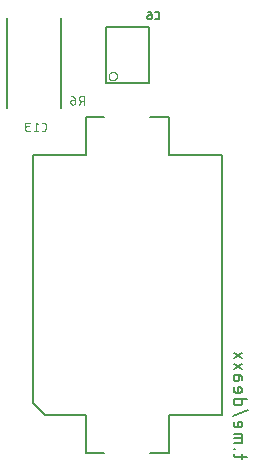
<source format=gbr>
G04 EAGLE Gerber RS-274X export*
G75*
%MOMM*%
%FSLAX34Y34*%
%LPD*%
%INSilkscreen Bottom*%
%IPPOS*%
%AMOC8*
5,1,8,0,0,1.08239X$1,22.5*%
G01*
%ADD10C,0.203200*%
%ADD11C,0.127000*%
%ADD12C,0.101600*%
%ADD13C,0.152400*%
%ADD14C,0.050800*%
%ADD15C,0.076200*%


D10*
X223013Y17556D02*
X223013Y21112D01*
X226569Y18741D02*
X217679Y18741D01*
X217597Y18743D01*
X217515Y18749D01*
X217433Y18758D01*
X217352Y18771D01*
X217272Y18788D01*
X217192Y18809D01*
X217114Y18833D01*
X217037Y18861D01*
X216961Y18892D01*
X216886Y18927D01*
X216814Y18966D01*
X216743Y19007D01*
X216674Y19052D01*
X216608Y19100D01*
X216543Y19151D01*
X216481Y19205D01*
X216422Y19262D01*
X216365Y19321D01*
X216311Y19383D01*
X216260Y19448D01*
X216212Y19514D01*
X216167Y19583D01*
X216126Y19654D01*
X216087Y19726D01*
X216052Y19801D01*
X216021Y19877D01*
X215993Y19954D01*
X215969Y20032D01*
X215948Y20112D01*
X215931Y20192D01*
X215918Y20273D01*
X215909Y20355D01*
X215903Y20437D01*
X215901Y20519D01*
X215901Y21112D01*
X215901Y25272D02*
X216494Y25272D01*
X216494Y25865D01*
X215901Y25865D01*
X215901Y25272D01*
X215901Y31157D02*
X223013Y31157D01*
X223013Y36491D01*
X223011Y36573D01*
X223005Y36655D01*
X222996Y36737D01*
X222983Y36818D01*
X222966Y36898D01*
X222945Y36978D01*
X222921Y37056D01*
X222893Y37133D01*
X222862Y37209D01*
X222827Y37284D01*
X222788Y37356D01*
X222747Y37427D01*
X222702Y37496D01*
X222654Y37562D01*
X222603Y37627D01*
X222549Y37689D01*
X222492Y37748D01*
X222433Y37805D01*
X222371Y37859D01*
X222306Y37910D01*
X222240Y37958D01*
X222171Y38003D01*
X222100Y38044D01*
X222028Y38083D01*
X221953Y38118D01*
X221877Y38149D01*
X221800Y38177D01*
X221722Y38201D01*
X221642Y38222D01*
X221562Y38239D01*
X221481Y38252D01*
X221399Y38261D01*
X221317Y38267D01*
X221235Y38269D01*
X215901Y38269D01*
X215901Y34713D02*
X223013Y34713D01*
X215901Y45931D02*
X215901Y48894D01*
X215901Y45931D02*
X215903Y45849D01*
X215909Y45767D01*
X215918Y45685D01*
X215931Y45604D01*
X215948Y45524D01*
X215969Y45444D01*
X215993Y45366D01*
X216021Y45289D01*
X216052Y45213D01*
X216087Y45138D01*
X216126Y45066D01*
X216167Y44995D01*
X216212Y44926D01*
X216260Y44860D01*
X216311Y44795D01*
X216365Y44733D01*
X216422Y44674D01*
X216481Y44617D01*
X216543Y44563D01*
X216608Y44512D01*
X216674Y44464D01*
X216743Y44419D01*
X216814Y44378D01*
X216886Y44339D01*
X216961Y44304D01*
X217037Y44273D01*
X217114Y44245D01*
X217192Y44221D01*
X217272Y44200D01*
X217352Y44183D01*
X217433Y44170D01*
X217515Y44161D01*
X217597Y44155D01*
X217679Y44153D01*
X220642Y44153D01*
X220739Y44155D01*
X220835Y44161D01*
X220931Y44171D01*
X221027Y44185D01*
X221122Y44202D01*
X221217Y44224D01*
X221310Y44249D01*
X221402Y44278D01*
X221493Y44311D01*
X221583Y44348D01*
X221671Y44388D01*
X221757Y44432D01*
X221841Y44479D01*
X221924Y44529D01*
X222004Y44583D01*
X222082Y44641D01*
X222158Y44701D01*
X222231Y44764D01*
X222301Y44830D01*
X222369Y44900D01*
X222434Y44971D01*
X222496Y45046D01*
X222554Y45123D01*
X222610Y45202D01*
X222662Y45283D01*
X222711Y45367D01*
X222757Y45452D01*
X222799Y45539D01*
X222837Y45628D01*
X222872Y45718D01*
X222903Y45810D01*
X222930Y45903D01*
X222954Y45996D01*
X222973Y46091D01*
X222989Y46187D01*
X223001Y46283D01*
X223009Y46379D01*
X223013Y46476D01*
X223013Y46572D01*
X223009Y46669D01*
X223001Y46765D01*
X222989Y46861D01*
X222973Y46957D01*
X222954Y47052D01*
X222930Y47145D01*
X222903Y47238D01*
X222872Y47330D01*
X222837Y47420D01*
X222799Y47509D01*
X222757Y47596D01*
X222711Y47681D01*
X222662Y47765D01*
X222610Y47846D01*
X222554Y47925D01*
X222496Y48002D01*
X222434Y48077D01*
X222369Y48148D01*
X222301Y48218D01*
X222231Y48284D01*
X222158Y48347D01*
X222082Y48407D01*
X222004Y48465D01*
X221924Y48519D01*
X221841Y48569D01*
X221757Y48616D01*
X221671Y48660D01*
X221583Y48700D01*
X221493Y48737D01*
X221402Y48770D01*
X221310Y48799D01*
X221217Y48824D01*
X221122Y48846D01*
X221027Y48863D01*
X220931Y48877D01*
X220835Y48887D01*
X220739Y48893D01*
X220642Y48895D01*
X220642Y48894D02*
X219457Y48894D01*
X219457Y44153D01*
X214716Y53678D02*
X227754Y58419D01*
X226569Y67856D02*
X215901Y67856D01*
X215901Y64892D01*
X215903Y64810D01*
X215909Y64728D01*
X215918Y64646D01*
X215931Y64565D01*
X215948Y64485D01*
X215969Y64405D01*
X215993Y64327D01*
X216021Y64250D01*
X216052Y64174D01*
X216087Y64099D01*
X216126Y64027D01*
X216167Y63956D01*
X216212Y63887D01*
X216260Y63821D01*
X216311Y63756D01*
X216365Y63694D01*
X216422Y63635D01*
X216481Y63578D01*
X216543Y63524D01*
X216608Y63473D01*
X216674Y63425D01*
X216743Y63380D01*
X216814Y63339D01*
X216886Y63300D01*
X216961Y63265D01*
X217037Y63234D01*
X217114Y63206D01*
X217192Y63182D01*
X217272Y63161D01*
X217352Y63144D01*
X217433Y63131D01*
X217515Y63122D01*
X217597Y63116D01*
X217679Y63114D01*
X221235Y63114D01*
X221317Y63116D01*
X221399Y63122D01*
X221481Y63131D01*
X221562Y63144D01*
X221642Y63161D01*
X221722Y63182D01*
X221800Y63206D01*
X221877Y63234D01*
X221953Y63265D01*
X222028Y63300D01*
X222100Y63339D01*
X222171Y63380D01*
X222240Y63425D01*
X222306Y63473D01*
X222371Y63524D01*
X222433Y63578D01*
X222492Y63635D01*
X222549Y63694D01*
X222603Y63756D01*
X222654Y63821D01*
X222702Y63887D01*
X222747Y63956D01*
X222788Y64027D01*
X222827Y64099D01*
X222862Y64174D01*
X222893Y64250D01*
X222921Y64327D01*
X222945Y64405D01*
X222966Y64485D01*
X222983Y64565D01*
X222996Y64646D01*
X223005Y64728D01*
X223011Y64810D01*
X223013Y64892D01*
X223013Y67856D01*
X215901Y75268D02*
X215901Y78231D01*
X215901Y75268D02*
X215903Y75186D01*
X215909Y75104D01*
X215918Y75022D01*
X215931Y74941D01*
X215948Y74861D01*
X215969Y74781D01*
X215993Y74703D01*
X216021Y74626D01*
X216052Y74550D01*
X216087Y74475D01*
X216126Y74403D01*
X216167Y74332D01*
X216212Y74263D01*
X216260Y74197D01*
X216311Y74132D01*
X216365Y74070D01*
X216422Y74011D01*
X216481Y73954D01*
X216543Y73900D01*
X216608Y73849D01*
X216674Y73801D01*
X216743Y73756D01*
X216814Y73715D01*
X216886Y73676D01*
X216961Y73641D01*
X217037Y73610D01*
X217114Y73582D01*
X217192Y73558D01*
X217272Y73537D01*
X217352Y73520D01*
X217433Y73507D01*
X217515Y73498D01*
X217597Y73492D01*
X217679Y73490D01*
X220642Y73490D01*
X220642Y73489D02*
X220739Y73491D01*
X220835Y73497D01*
X220931Y73507D01*
X221027Y73521D01*
X221122Y73538D01*
X221217Y73560D01*
X221310Y73585D01*
X221402Y73614D01*
X221493Y73647D01*
X221583Y73684D01*
X221671Y73724D01*
X221757Y73768D01*
X221841Y73815D01*
X221924Y73865D01*
X222004Y73919D01*
X222082Y73977D01*
X222158Y74037D01*
X222231Y74100D01*
X222301Y74166D01*
X222369Y74236D01*
X222434Y74307D01*
X222496Y74382D01*
X222554Y74459D01*
X222610Y74538D01*
X222662Y74619D01*
X222711Y74703D01*
X222757Y74788D01*
X222799Y74875D01*
X222837Y74964D01*
X222872Y75054D01*
X222903Y75146D01*
X222930Y75239D01*
X222954Y75332D01*
X222973Y75427D01*
X222989Y75523D01*
X223001Y75619D01*
X223009Y75715D01*
X223013Y75812D01*
X223013Y75908D01*
X223009Y76005D01*
X223001Y76101D01*
X222989Y76197D01*
X222973Y76293D01*
X222954Y76388D01*
X222930Y76481D01*
X222903Y76574D01*
X222872Y76666D01*
X222837Y76756D01*
X222799Y76845D01*
X222757Y76932D01*
X222711Y77017D01*
X222662Y77101D01*
X222610Y77182D01*
X222554Y77261D01*
X222496Y77338D01*
X222434Y77413D01*
X222369Y77484D01*
X222301Y77554D01*
X222231Y77620D01*
X222158Y77683D01*
X222082Y77743D01*
X222004Y77801D01*
X221924Y77855D01*
X221841Y77905D01*
X221757Y77952D01*
X221671Y77996D01*
X221583Y78036D01*
X221493Y78073D01*
X221402Y78106D01*
X221310Y78135D01*
X221217Y78160D01*
X221122Y78182D01*
X221027Y78199D01*
X220931Y78213D01*
X220835Y78223D01*
X220739Y78229D01*
X220642Y78231D01*
X219457Y78231D01*
X219457Y73490D01*
X220050Y85382D02*
X220050Y88049D01*
X220049Y85382D02*
X220047Y85293D01*
X220041Y85204D01*
X220032Y85115D01*
X220018Y85027D01*
X220001Y84939D01*
X219980Y84852D01*
X219956Y84767D01*
X219927Y84682D01*
X219895Y84599D01*
X219860Y84517D01*
X219821Y84436D01*
X219779Y84358D01*
X219733Y84281D01*
X219684Y84207D01*
X219632Y84134D01*
X219576Y84064D01*
X219518Y83996D01*
X219457Y83931D01*
X219393Y83869D01*
X219327Y83809D01*
X219258Y83753D01*
X219187Y83699D01*
X219113Y83648D01*
X219038Y83601D01*
X218960Y83557D01*
X218881Y83516D01*
X218800Y83479D01*
X218717Y83445D01*
X218633Y83415D01*
X218548Y83389D01*
X218461Y83366D01*
X218374Y83347D01*
X218286Y83331D01*
X218198Y83320D01*
X218109Y83312D01*
X218020Y83308D01*
X217930Y83308D01*
X217841Y83312D01*
X217752Y83320D01*
X217664Y83331D01*
X217576Y83347D01*
X217489Y83366D01*
X217402Y83389D01*
X217317Y83415D01*
X217233Y83445D01*
X217150Y83479D01*
X217069Y83516D01*
X216990Y83557D01*
X216912Y83601D01*
X216837Y83648D01*
X216763Y83699D01*
X216692Y83753D01*
X216623Y83809D01*
X216557Y83869D01*
X216493Y83931D01*
X216432Y83996D01*
X216374Y84064D01*
X216318Y84134D01*
X216266Y84207D01*
X216217Y84281D01*
X216171Y84358D01*
X216129Y84436D01*
X216090Y84517D01*
X216055Y84599D01*
X216023Y84682D01*
X215994Y84767D01*
X215970Y84852D01*
X215949Y84939D01*
X215932Y85027D01*
X215918Y85115D01*
X215909Y85204D01*
X215903Y85293D01*
X215901Y85382D01*
X215901Y88049D01*
X221235Y88049D01*
X221317Y88047D01*
X221399Y88041D01*
X221481Y88032D01*
X221562Y88019D01*
X221642Y88002D01*
X221722Y87981D01*
X221800Y87957D01*
X221877Y87929D01*
X221953Y87898D01*
X222028Y87863D01*
X222100Y87824D01*
X222171Y87783D01*
X222240Y87738D01*
X222306Y87690D01*
X222371Y87639D01*
X222433Y87585D01*
X222492Y87528D01*
X222549Y87469D01*
X222603Y87407D01*
X222654Y87342D01*
X222702Y87276D01*
X222747Y87207D01*
X222788Y87136D01*
X222827Y87064D01*
X222862Y86989D01*
X222893Y86913D01*
X222921Y86836D01*
X222945Y86758D01*
X222966Y86678D01*
X222983Y86598D01*
X222996Y86517D01*
X223005Y86435D01*
X223011Y86353D01*
X223013Y86271D01*
X223013Y83900D01*
X215901Y93302D02*
X223013Y98043D01*
X223013Y93302D02*
X215901Y98043D01*
X215901Y102446D02*
X223013Y107187D01*
X223013Y102446D02*
X215901Y107187D01*
D11*
X69508Y314770D02*
X69508Y390770D01*
X23508Y390770D02*
X23508Y314770D01*
D12*
X53092Y294880D02*
X54672Y294880D01*
X54750Y294882D01*
X54827Y294888D01*
X54904Y294897D01*
X54980Y294910D01*
X55056Y294927D01*
X55131Y294948D01*
X55204Y294972D01*
X55277Y295000D01*
X55348Y295032D01*
X55417Y295067D01*
X55484Y295105D01*
X55550Y295146D01*
X55613Y295191D01*
X55674Y295239D01*
X55733Y295289D01*
X55789Y295343D01*
X55843Y295399D01*
X55893Y295458D01*
X55941Y295519D01*
X55986Y295582D01*
X56027Y295648D01*
X56065Y295715D01*
X56100Y295784D01*
X56132Y295855D01*
X56160Y295928D01*
X56184Y296001D01*
X56205Y296076D01*
X56222Y296152D01*
X56235Y296228D01*
X56244Y296305D01*
X56250Y296382D01*
X56252Y296460D01*
X56253Y296460D02*
X56253Y300412D01*
X56252Y300412D02*
X56250Y300490D01*
X56244Y300567D01*
X56235Y300644D01*
X56222Y300720D01*
X56205Y300796D01*
X56184Y300871D01*
X56160Y300944D01*
X56132Y301017D01*
X56100Y301088D01*
X56065Y301157D01*
X56027Y301224D01*
X55986Y301290D01*
X55941Y301353D01*
X55893Y301414D01*
X55843Y301473D01*
X55789Y301529D01*
X55733Y301583D01*
X55674Y301633D01*
X55613Y301681D01*
X55550Y301726D01*
X55484Y301767D01*
X55417Y301805D01*
X55348Y301840D01*
X55277Y301872D01*
X55204Y301900D01*
X55131Y301924D01*
X55056Y301945D01*
X54980Y301962D01*
X54904Y301975D01*
X54827Y301984D01*
X54750Y301990D01*
X54672Y301992D01*
X53092Y301992D01*
X50130Y300412D02*
X48154Y301992D01*
X48154Y294880D01*
X50130Y294880D02*
X46178Y294880D01*
X42814Y294880D02*
X40839Y294880D01*
X40752Y294882D01*
X40664Y294888D01*
X40577Y294897D01*
X40491Y294911D01*
X40405Y294928D01*
X40321Y294949D01*
X40237Y294974D01*
X40154Y295003D01*
X40073Y295035D01*
X39993Y295070D01*
X39915Y295109D01*
X39838Y295152D01*
X39764Y295198D01*
X39692Y295247D01*
X39622Y295299D01*
X39554Y295355D01*
X39489Y295413D01*
X39426Y295474D01*
X39367Y295538D01*
X39310Y295605D01*
X39256Y295673D01*
X39205Y295745D01*
X39158Y295818D01*
X39113Y295893D01*
X39072Y295971D01*
X39035Y296050D01*
X39001Y296130D01*
X38971Y296212D01*
X38944Y296295D01*
X38921Y296380D01*
X38902Y296465D01*
X38887Y296551D01*
X38875Y296638D01*
X38867Y296725D01*
X38863Y296812D01*
X38863Y296900D01*
X38867Y296987D01*
X38875Y297074D01*
X38887Y297161D01*
X38902Y297247D01*
X38921Y297332D01*
X38944Y297417D01*
X38971Y297500D01*
X39001Y297582D01*
X39035Y297662D01*
X39072Y297741D01*
X39113Y297819D01*
X39158Y297894D01*
X39205Y297967D01*
X39256Y298039D01*
X39310Y298107D01*
X39367Y298174D01*
X39426Y298238D01*
X39489Y298299D01*
X39554Y298357D01*
X39622Y298413D01*
X39692Y298465D01*
X39764Y298514D01*
X39838Y298560D01*
X39915Y298603D01*
X39993Y298642D01*
X40073Y298677D01*
X40154Y298709D01*
X40237Y298738D01*
X40321Y298763D01*
X40405Y298784D01*
X40491Y298801D01*
X40577Y298815D01*
X40664Y298824D01*
X40752Y298830D01*
X40839Y298832D01*
X40444Y301992D02*
X42814Y301992D01*
X40444Y301992D02*
X40365Y301990D01*
X40287Y301984D01*
X40209Y301974D01*
X40131Y301961D01*
X40054Y301943D01*
X39978Y301922D01*
X39904Y301897D01*
X39830Y301868D01*
X39758Y301836D01*
X39688Y301800D01*
X39620Y301760D01*
X39554Y301717D01*
X39490Y301671D01*
X39428Y301622D01*
X39369Y301570D01*
X39313Y301515D01*
X39259Y301457D01*
X39209Y301397D01*
X39161Y301334D01*
X39117Y301269D01*
X39076Y301202D01*
X39038Y301133D01*
X39004Y301062D01*
X38973Y300989D01*
X38946Y300915D01*
X38923Y300840D01*
X38904Y300764D01*
X38888Y300686D01*
X38876Y300608D01*
X38868Y300530D01*
X38864Y300451D01*
X38864Y300373D01*
X38868Y300294D01*
X38876Y300216D01*
X38888Y300138D01*
X38904Y300060D01*
X38923Y299984D01*
X38946Y299909D01*
X38973Y299835D01*
X39004Y299762D01*
X39038Y299691D01*
X39076Y299622D01*
X39117Y299555D01*
X39161Y299490D01*
X39209Y299427D01*
X39259Y299367D01*
X39313Y299309D01*
X39369Y299254D01*
X39428Y299202D01*
X39490Y299153D01*
X39554Y299107D01*
X39620Y299064D01*
X39688Y299024D01*
X39758Y298988D01*
X39830Y298956D01*
X39904Y298927D01*
X39978Y298902D01*
X40054Y298881D01*
X40131Y298863D01*
X40209Y298850D01*
X40287Y298840D01*
X40365Y298834D01*
X40444Y298832D01*
X40444Y298831D02*
X42024Y298831D01*
D13*
X144764Y22500D02*
X160512Y22500D01*
X160512Y54518D01*
X205470Y54518D01*
X205470Y274482D01*
X160512Y274482D01*
X160512Y306500D01*
X90408Y306500D02*
X90408Y274482D01*
X45450Y274482D01*
X45450Y64518D01*
X55450Y54518D01*
X90408Y54518D01*
X90408Y22500D01*
X106156Y22500D01*
X145018Y306500D02*
X160512Y306500D01*
X106156Y306500D02*
X90408Y306500D01*
D11*
X107696Y335788D02*
X107696Y383032D01*
X143764Y383032D01*
X143764Y335788D01*
X107696Y335788D01*
D14*
X109728Y341376D02*
X109730Y341495D01*
X109736Y341614D01*
X109746Y341732D01*
X109760Y341850D01*
X109778Y341967D01*
X109799Y342084D01*
X109825Y342200D01*
X109854Y342315D01*
X109888Y342430D01*
X109925Y342542D01*
X109966Y342654D01*
X110010Y342764D01*
X110058Y342873D01*
X110110Y342980D01*
X110166Y343085D01*
X110224Y343188D01*
X110287Y343289D01*
X110352Y343389D01*
X110421Y343485D01*
X110493Y343580D01*
X110568Y343672D01*
X110647Y343761D01*
X110728Y343848D01*
X110812Y343932D01*
X110899Y344013D01*
X110988Y344092D01*
X111080Y344167D01*
X111175Y344239D01*
X111271Y344308D01*
X111371Y344373D01*
X111472Y344436D01*
X111575Y344494D01*
X111680Y344550D01*
X111787Y344602D01*
X111896Y344650D01*
X112006Y344694D01*
X112118Y344735D01*
X112230Y344772D01*
X112345Y344806D01*
X112460Y344835D01*
X112576Y344861D01*
X112693Y344882D01*
X112810Y344900D01*
X112928Y344914D01*
X113046Y344924D01*
X113165Y344930D01*
X113284Y344932D01*
X113403Y344930D01*
X113522Y344924D01*
X113640Y344914D01*
X113758Y344900D01*
X113875Y344882D01*
X113992Y344861D01*
X114108Y344835D01*
X114223Y344806D01*
X114338Y344772D01*
X114450Y344735D01*
X114562Y344694D01*
X114672Y344650D01*
X114781Y344602D01*
X114888Y344550D01*
X114993Y344494D01*
X115096Y344436D01*
X115197Y344373D01*
X115297Y344308D01*
X115393Y344239D01*
X115488Y344167D01*
X115580Y344092D01*
X115669Y344013D01*
X115756Y343932D01*
X115840Y343848D01*
X115921Y343761D01*
X116000Y343672D01*
X116075Y343580D01*
X116147Y343485D01*
X116216Y343389D01*
X116281Y343289D01*
X116344Y343188D01*
X116402Y343085D01*
X116458Y342980D01*
X116510Y342873D01*
X116558Y342764D01*
X116602Y342654D01*
X116643Y342542D01*
X116680Y342430D01*
X116714Y342315D01*
X116743Y342200D01*
X116769Y342084D01*
X116790Y341967D01*
X116808Y341850D01*
X116822Y341732D01*
X116832Y341614D01*
X116838Y341495D01*
X116840Y341376D01*
X116838Y341257D01*
X116832Y341138D01*
X116822Y341020D01*
X116808Y340902D01*
X116790Y340785D01*
X116769Y340668D01*
X116743Y340552D01*
X116714Y340437D01*
X116680Y340322D01*
X116643Y340210D01*
X116602Y340098D01*
X116558Y339988D01*
X116510Y339879D01*
X116458Y339772D01*
X116402Y339667D01*
X116344Y339564D01*
X116281Y339463D01*
X116216Y339363D01*
X116147Y339267D01*
X116075Y339172D01*
X116000Y339080D01*
X115921Y338991D01*
X115840Y338904D01*
X115756Y338820D01*
X115669Y338739D01*
X115580Y338660D01*
X115488Y338585D01*
X115393Y338513D01*
X115297Y338444D01*
X115197Y338379D01*
X115096Y338316D01*
X114993Y338258D01*
X114888Y338202D01*
X114781Y338150D01*
X114672Y338102D01*
X114562Y338058D01*
X114450Y338017D01*
X114338Y337980D01*
X114223Y337946D01*
X114108Y337917D01*
X113992Y337891D01*
X113875Y337870D01*
X113758Y337852D01*
X113640Y337838D01*
X113522Y337828D01*
X113403Y337822D01*
X113284Y337820D01*
X113165Y337822D01*
X113046Y337828D01*
X112928Y337838D01*
X112810Y337852D01*
X112693Y337870D01*
X112576Y337891D01*
X112460Y337917D01*
X112345Y337946D01*
X112230Y337980D01*
X112118Y338017D01*
X112006Y338058D01*
X111896Y338102D01*
X111787Y338150D01*
X111680Y338202D01*
X111575Y338258D01*
X111472Y338316D01*
X111371Y338379D01*
X111271Y338444D01*
X111175Y338513D01*
X111080Y338585D01*
X110988Y338660D01*
X110899Y338739D01*
X110812Y338820D01*
X110728Y338904D01*
X110647Y338991D01*
X110568Y339080D01*
X110493Y339172D01*
X110421Y339267D01*
X110352Y339363D01*
X110287Y339463D01*
X110224Y339564D01*
X110166Y339667D01*
X110110Y339772D01*
X110058Y339879D01*
X110010Y339988D01*
X109966Y340098D01*
X109925Y340210D01*
X109888Y340322D01*
X109854Y340437D01*
X109825Y340552D01*
X109799Y340668D01*
X109778Y340785D01*
X109760Y340902D01*
X109746Y341020D01*
X109736Y341138D01*
X109730Y341257D01*
X109728Y341376D01*
D15*
X88569Y324587D02*
X88569Y317221D01*
X88569Y324587D02*
X86523Y324587D01*
X86434Y324585D01*
X86345Y324579D01*
X86256Y324569D01*
X86168Y324556D01*
X86080Y324539D01*
X85993Y324517D01*
X85908Y324492D01*
X85823Y324464D01*
X85740Y324431D01*
X85658Y324395D01*
X85578Y324356D01*
X85500Y324313D01*
X85424Y324267D01*
X85349Y324217D01*
X85277Y324164D01*
X85208Y324108D01*
X85141Y324049D01*
X85076Y323988D01*
X85015Y323923D01*
X84956Y323856D01*
X84900Y323787D01*
X84847Y323715D01*
X84797Y323640D01*
X84751Y323564D01*
X84708Y323486D01*
X84669Y323406D01*
X84633Y323324D01*
X84600Y323241D01*
X84572Y323156D01*
X84547Y323071D01*
X84525Y322984D01*
X84508Y322896D01*
X84495Y322808D01*
X84485Y322719D01*
X84479Y322630D01*
X84477Y322541D01*
X84479Y322452D01*
X84485Y322363D01*
X84495Y322274D01*
X84508Y322186D01*
X84525Y322098D01*
X84547Y322011D01*
X84572Y321926D01*
X84600Y321841D01*
X84633Y321758D01*
X84669Y321676D01*
X84708Y321596D01*
X84751Y321518D01*
X84797Y321442D01*
X84847Y321367D01*
X84900Y321295D01*
X84956Y321226D01*
X85015Y321159D01*
X85076Y321094D01*
X85141Y321033D01*
X85208Y320974D01*
X85277Y320918D01*
X85349Y320865D01*
X85424Y320815D01*
X85500Y320769D01*
X85578Y320726D01*
X85658Y320687D01*
X85740Y320651D01*
X85823Y320618D01*
X85908Y320590D01*
X85993Y320565D01*
X86080Y320543D01*
X86168Y320526D01*
X86256Y320513D01*
X86345Y320503D01*
X86434Y320497D01*
X86523Y320495D01*
X88569Y320495D01*
X86114Y320495D02*
X84477Y317221D01*
X81305Y321313D02*
X78850Y321313D01*
X78770Y321311D01*
X78690Y321305D01*
X78610Y321295D01*
X78531Y321282D01*
X78452Y321264D01*
X78375Y321243D01*
X78299Y321217D01*
X78224Y321188D01*
X78150Y321156D01*
X78078Y321120D01*
X78008Y321080D01*
X77941Y321037D01*
X77875Y320991D01*
X77812Y320941D01*
X77751Y320889D01*
X77692Y320834D01*
X77637Y320775D01*
X77585Y320715D01*
X77535Y320651D01*
X77489Y320585D01*
X77446Y320518D01*
X77406Y320448D01*
X77370Y320376D01*
X77338Y320302D01*
X77309Y320228D01*
X77283Y320151D01*
X77262Y320074D01*
X77244Y319995D01*
X77231Y319916D01*
X77221Y319836D01*
X77215Y319756D01*
X77213Y319676D01*
X77213Y319267D01*
X77215Y319178D01*
X77221Y319089D01*
X77231Y319000D01*
X77244Y318912D01*
X77261Y318824D01*
X77283Y318737D01*
X77308Y318652D01*
X77336Y318567D01*
X77369Y318484D01*
X77405Y318402D01*
X77444Y318322D01*
X77487Y318244D01*
X77533Y318168D01*
X77583Y318093D01*
X77636Y318021D01*
X77692Y317952D01*
X77751Y317885D01*
X77812Y317820D01*
X77877Y317759D01*
X77944Y317700D01*
X78013Y317644D01*
X78085Y317591D01*
X78160Y317541D01*
X78236Y317495D01*
X78314Y317452D01*
X78394Y317413D01*
X78476Y317377D01*
X78559Y317344D01*
X78644Y317316D01*
X78729Y317291D01*
X78816Y317269D01*
X78904Y317252D01*
X78992Y317239D01*
X79081Y317229D01*
X79170Y317223D01*
X79259Y317221D01*
X79348Y317223D01*
X79437Y317229D01*
X79526Y317239D01*
X79614Y317252D01*
X79702Y317269D01*
X79789Y317291D01*
X79874Y317316D01*
X79959Y317344D01*
X80042Y317377D01*
X80124Y317413D01*
X80204Y317452D01*
X80282Y317495D01*
X80358Y317541D01*
X80433Y317591D01*
X80505Y317644D01*
X80574Y317700D01*
X80641Y317759D01*
X80706Y317820D01*
X80767Y317885D01*
X80826Y317952D01*
X80882Y318021D01*
X80935Y318093D01*
X80985Y318168D01*
X81031Y318244D01*
X81074Y318322D01*
X81113Y318402D01*
X81149Y318484D01*
X81182Y318567D01*
X81210Y318652D01*
X81235Y318737D01*
X81257Y318824D01*
X81274Y318912D01*
X81287Y319000D01*
X81297Y319089D01*
X81303Y319178D01*
X81305Y319267D01*
X81305Y321313D01*
X81303Y321425D01*
X81297Y321536D01*
X81288Y321648D01*
X81275Y321759D01*
X81257Y321869D01*
X81237Y321979D01*
X81212Y322088D01*
X81184Y322196D01*
X81152Y322303D01*
X81116Y322409D01*
X81077Y322514D01*
X81034Y322617D01*
X80988Y322719D01*
X80938Y322819D01*
X80885Y322918D01*
X80828Y323014D01*
X80769Y323109D01*
X80706Y323201D01*
X80640Y323291D01*
X80571Y323379D01*
X80499Y323465D01*
X80424Y323548D01*
X80346Y323628D01*
X80266Y323706D01*
X80183Y323781D01*
X80097Y323853D01*
X80009Y323922D01*
X79919Y323988D01*
X79827Y324051D01*
X79732Y324110D01*
X79636Y324167D01*
X79537Y324220D01*
X79437Y324270D01*
X79335Y324316D01*
X79232Y324359D01*
X79127Y324398D01*
X79021Y324434D01*
X78914Y324466D01*
X78806Y324494D01*
X78697Y324519D01*
X78587Y324539D01*
X78477Y324557D01*
X78366Y324570D01*
X78254Y324579D01*
X78143Y324585D01*
X78031Y324587D01*
D13*
X149285Y389382D02*
X150753Y389382D01*
X150827Y389384D01*
X150902Y389390D01*
X150975Y389399D01*
X151049Y389412D01*
X151121Y389429D01*
X151192Y389449D01*
X151263Y389473D01*
X151332Y389501D01*
X151400Y389532D01*
X151465Y389566D01*
X151530Y389604D01*
X151592Y389645D01*
X151652Y389689D01*
X151709Y389736D01*
X151764Y389786D01*
X151817Y389839D01*
X151867Y389894D01*
X151914Y389951D01*
X151958Y390011D01*
X151999Y390073D01*
X152037Y390138D01*
X152071Y390204D01*
X152102Y390271D01*
X152130Y390340D01*
X152154Y390411D01*
X152174Y390482D01*
X152191Y390555D01*
X152204Y390628D01*
X152213Y390702D01*
X152219Y390776D01*
X152221Y390850D01*
X152220Y390850D02*
X152220Y394518D01*
X152221Y394518D02*
X152219Y394592D01*
X152213Y394667D01*
X152204Y394740D01*
X152191Y394813D01*
X152174Y394886D01*
X152154Y394957D01*
X152130Y395028D01*
X152102Y395097D01*
X152071Y395164D01*
X152037Y395230D01*
X151999Y395295D01*
X151958Y395357D01*
X151914Y395417D01*
X151867Y395474D01*
X151817Y395529D01*
X151764Y395582D01*
X151709Y395632D01*
X151652Y395679D01*
X151592Y395723D01*
X151530Y395764D01*
X151465Y395802D01*
X151400Y395836D01*
X151332Y395867D01*
X151263Y395895D01*
X151193Y395919D01*
X151121Y395939D01*
X151049Y395956D01*
X150975Y395969D01*
X150902Y395978D01*
X150827Y395984D01*
X150753Y395986D01*
X149285Y395986D01*
X146089Y393051D02*
X143887Y393051D01*
X143813Y393049D01*
X143738Y393043D01*
X143665Y393034D01*
X143591Y393021D01*
X143519Y393004D01*
X143448Y392984D01*
X143377Y392960D01*
X143308Y392932D01*
X143241Y392901D01*
X143175Y392867D01*
X143110Y392829D01*
X143048Y392788D01*
X142988Y392744D01*
X142931Y392697D01*
X142876Y392647D01*
X142823Y392594D01*
X142773Y392539D01*
X142726Y392482D01*
X142682Y392422D01*
X142641Y392360D01*
X142603Y392295D01*
X142569Y392229D01*
X142538Y392162D01*
X142510Y392093D01*
X142486Y392022D01*
X142466Y391951D01*
X142449Y391879D01*
X142436Y391805D01*
X142427Y391732D01*
X142421Y391657D01*
X142419Y391583D01*
X142420Y391583D02*
X142420Y391216D01*
X142422Y391131D01*
X142428Y391047D01*
X142438Y390963D01*
X142451Y390879D01*
X142469Y390796D01*
X142490Y390714D01*
X142515Y390633D01*
X142544Y390553D01*
X142576Y390475D01*
X142612Y390399D01*
X142652Y390324D01*
X142695Y390251D01*
X142741Y390180D01*
X142790Y390111D01*
X142843Y390044D01*
X142899Y389980D01*
X142957Y389919D01*
X143018Y389861D01*
X143082Y389805D01*
X143149Y389752D01*
X143218Y389703D01*
X143289Y389657D01*
X143362Y389614D01*
X143437Y389574D01*
X143513Y389538D01*
X143591Y389506D01*
X143671Y389477D01*
X143752Y389452D01*
X143834Y389431D01*
X143917Y389413D01*
X144001Y389400D01*
X144085Y389390D01*
X144169Y389384D01*
X144254Y389382D01*
X144339Y389384D01*
X144423Y389390D01*
X144507Y389400D01*
X144591Y389413D01*
X144674Y389431D01*
X144756Y389452D01*
X144837Y389477D01*
X144917Y389506D01*
X144995Y389538D01*
X145071Y389574D01*
X145146Y389614D01*
X145219Y389657D01*
X145290Y389703D01*
X145359Y389752D01*
X145426Y389805D01*
X145490Y389861D01*
X145551Y389919D01*
X145609Y389980D01*
X145665Y390044D01*
X145718Y390111D01*
X145767Y390180D01*
X145813Y390251D01*
X145856Y390324D01*
X145896Y390399D01*
X145932Y390475D01*
X145964Y390553D01*
X145993Y390633D01*
X146018Y390714D01*
X146039Y390796D01*
X146057Y390879D01*
X146070Y390963D01*
X146080Y391047D01*
X146086Y391131D01*
X146088Y391216D01*
X146089Y391216D02*
X146089Y393051D01*
X146087Y393158D01*
X146081Y393265D01*
X146071Y393372D01*
X146058Y393478D01*
X146040Y393584D01*
X146019Y393689D01*
X145994Y393793D01*
X145965Y393897D01*
X145932Y393999D01*
X145895Y394099D01*
X145855Y394199D01*
X145811Y394297D01*
X145764Y394393D01*
X145713Y394487D01*
X145659Y394580D01*
X145602Y394670D01*
X145541Y394759D01*
X145477Y394845D01*
X145410Y394928D01*
X145340Y395010D01*
X145267Y395088D01*
X145191Y395164D01*
X145113Y395237D01*
X145031Y395307D01*
X144948Y395374D01*
X144862Y395438D01*
X144773Y395499D01*
X144683Y395556D01*
X144590Y395610D01*
X144496Y395661D01*
X144400Y395708D01*
X144302Y395752D01*
X144203Y395792D01*
X144102Y395829D01*
X144000Y395862D01*
X143896Y395891D01*
X143792Y395916D01*
X143687Y395937D01*
X143581Y395955D01*
X143475Y395968D01*
X143368Y395978D01*
X143261Y395984D01*
X143154Y395986D01*
M02*

</source>
